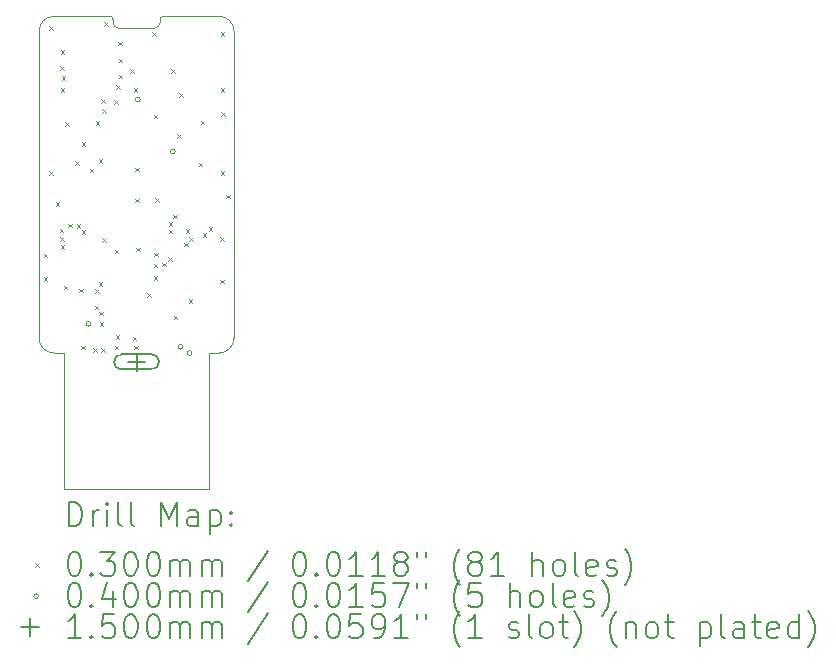
<source format=gbr>
%FSLAX45Y45*%
G04 Gerber Fmt 4.5, Leading zero omitted, Abs format (unit mm)*
G04 Created by KiCad (PCBNEW (5.99.0-4161-ge826a4494a)) date 2020-10-19 16:11:38*
%MOMM*%
%LPD*%
G01*
G04 APERTURE LIST*
%TA.AperFunction,Profile*%
%ADD10C,0.100000*%
%TD*%
%ADD11C,0.200000*%
%ADD12C,0.030000*%
%ADD13C,0.040000*%
%ADD14C,0.150000*%
G04 APERTURE END LIST*
D10*
X15225000Y-8000000D02*
X15700000Y-8000000D01*
X14850000Y-8100000D02*
X15150000Y-8100000D01*
X15700000Y-10850000D02*
X15610000Y-10850000D01*
X14175000Y-10725000D02*
X14175000Y-8125000D01*
X15610000Y-12000000D02*
X15610000Y-10850000D01*
X14800000Y-8025000D02*
X14800000Y-8050000D01*
X15200000Y-8025000D02*
G75*
G02*
X15225000Y-8000000I25000J0D01*
G01*
X14390000Y-12000000D02*
X14390000Y-10850000D01*
X14175000Y-8125000D02*
G75*
G02*
X14300000Y-8000000I125000J0D01*
G01*
X14775000Y-8000000D02*
G75*
G02*
X14800000Y-8025000I0J-25000D01*
G01*
X14300000Y-10850000D02*
G75*
G02*
X14175000Y-10725000I0J125000D01*
G01*
X14390000Y-12000000D02*
X15610000Y-12000000D01*
X15825000Y-8125000D02*
X15825000Y-10725000D01*
X14300000Y-8000000D02*
X14775000Y-8000000D01*
X15825000Y-10725000D02*
G75*
G02*
X15700000Y-10850000I-125000J0D01*
G01*
X15700000Y-8000000D02*
G75*
G02*
X15825000Y-8125000I0J-125000D01*
G01*
X14850000Y-8100000D02*
G75*
G02*
X14800000Y-8050000I0J50000D01*
G01*
X14390000Y-10850000D02*
X14300000Y-10850000D01*
X15200000Y-8050000D02*
G75*
G02*
X15150000Y-8100000I-50000J0D01*
G01*
X15200000Y-8050000D02*
X15200000Y-8025000D01*
D11*
D12*
X14214000Y-10010000D02*
X14244000Y-10040000D01*
X14244000Y-10010000D02*
X14214000Y-10040000D01*
X14214000Y-10210000D02*
X14244000Y-10240000D01*
X14244000Y-10210000D02*
X14214000Y-10240000D01*
X14260000Y-8085000D02*
X14290000Y-8115000D01*
X14290000Y-8085000D02*
X14260000Y-8115000D01*
X14263000Y-9310000D02*
X14293000Y-9340000D01*
X14293000Y-9310000D02*
X14263000Y-9340000D01*
X14316000Y-9576000D02*
X14346000Y-9606000D01*
X14346000Y-9576000D02*
X14316000Y-9606000D01*
X14351000Y-9800000D02*
X14381000Y-9830000D01*
X14381000Y-9800000D02*
X14351000Y-9830000D01*
X14355000Y-8422000D02*
X14385000Y-8452000D01*
X14385000Y-8422000D02*
X14355000Y-8452000D01*
X14356000Y-9869000D02*
X14386000Y-9899000D01*
X14386000Y-9869000D02*
X14356000Y-9899000D01*
X14358000Y-8285000D02*
X14388000Y-8315000D01*
X14388000Y-8285000D02*
X14358000Y-8315000D01*
X14359501Y-9939663D02*
X14389501Y-9969663D01*
X14389501Y-9939663D02*
X14359501Y-9969663D01*
X14360000Y-8610000D02*
X14390000Y-8640000D01*
X14390000Y-8610000D02*
X14360000Y-8640000D01*
X14366000Y-8507000D02*
X14396000Y-8537000D01*
X14396000Y-8507000D02*
X14366000Y-8537000D01*
X14385000Y-10280000D02*
X14415000Y-10310000D01*
X14415000Y-10280000D02*
X14385000Y-10310000D01*
X14397000Y-8896000D02*
X14427000Y-8926000D01*
X14427000Y-8896000D02*
X14397000Y-8926000D01*
X14423000Y-9756000D02*
X14453000Y-9786000D01*
X14453000Y-9756000D02*
X14423000Y-9786000D01*
X14480000Y-9225000D02*
X14510000Y-9255000D01*
X14510000Y-9225000D02*
X14480000Y-9255000D01*
X14492000Y-9759000D02*
X14522000Y-9789000D01*
X14522000Y-9759000D02*
X14492000Y-9789000D01*
X14517000Y-10306000D02*
X14547000Y-10336000D01*
X14547000Y-10306000D02*
X14517000Y-10336000D01*
X14531000Y-10788000D02*
X14561000Y-10818000D01*
X14561000Y-10788000D02*
X14531000Y-10818000D01*
X14536000Y-9067000D02*
X14566000Y-9097000D01*
X14566000Y-9067000D02*
X14536000Y-9097000D01*
X14537000Y-9809000D02*
X14567000Y-9839000D01*
X14567000Y-9809000D02*
X14537000Y-9839000D01*
X14603003Y-9292224D02*
X14633003Y-9322224D01*
X14633003Y-9292224D02*
X14603003Y-9322224D01*
X14633912Y-10811088D02*
X14663912Y-10841088D01*
X14663912Y-10811088D02*
X14633912Y-10841088D01*
X14644466Y-10449460D02*
X14674466Y-10479460D01*
X14674466Y-10449460D02*
X14644466Y-10479460D01*
X14650088Y-10310088D02*
X14680088Y-10340088D01*
X14680088Y-10310088D02*
X14650088Y-10340088D01*
X14655000Y-8890000D02*
X14685000Y-8920000D01*
X14685000Y-8890000D02*
X14655000Y-8920000D01*
X14678876Y-9210000D02*
X14708876Y-9240000D01*
X14708876Y-9210000D02*
X14678876Y-9240000D01*
X14679755Y-10250070D02*
X14709755Y-10280070D01*
X14709755Y-10250070D02*
X14679755Y-10280070D01*
X14682556Y-10502131D02*
X14712556Y-10532131D01*
X14712556Y-10502131D02*
X14682556Y-10532131D01*
X14688000Y-10589000D02*
X14718000Y-10619000D01*
X14718000Y-10589000D02*
X14688000Y-10619000D01*
X14700000Y-10810000D02*
X14730000Y-10840000D01*
X14730000Y-10810000D02*
X14700000Y-10840000D01*
X14702000Y-8702000D02*
X14732000Y-8732000D01*
X14732000Y-8702000D02*
X14702000Y-8732000D01*
X14708000Y-8788000D02*
X14738000Y-8818000D01*
X14738000Y-8788000D02*
X14708000Y-8818000D01*
X14710000Y-9878000D02*
X14740000Y-9908000D01*
X14740000Y-9878000D02*
X14710000Y-9908000D01*
X14725000Y-8052000D02*
X14755000Y-8082000D01*
X14755000Y-8052000D02*
X14725000Y-8082000D01*
X14810000Y-8710000D02*
X14840000Y-8740000D01*
X14840000Y-8710000D02*
X14810000Y-8740000D01*
X14815000Y-9978000D02*
X14845000Y-10008000D01*
X14845000Y-9978000D02*
X14815000Y-10008000D01*
X14815000Y-10790000D02*
X14845000Y-10820000D01*
X14845000Y-10790000D02*
X14815000Y-10820000D01*
X14825000Y-10700000D02*
X14855000Y-10730000D01*
X14855000Y-10700000D02*
X14825000Y-10730000D01*
X14829000Y-8582000D02*
X14859000Y-8612000D01*
X14859000Y-8582000D02*
X14829000Y-8612000D01*
X14845000Y-8214000D02*
X14875000Y-8244000D01*
X14875000Y-8214000D02*
X14845000Y-8244000D01*
X14848000Y-8359000D02*
X14878000Y-8389000D01*
X14878000Y-8359000D02*
X14848000Y-8389000D01*
X14848000Y-8494000D02*
X14878000Y-8524000D01*
X14878000Y-8494000D02*
X14848000Y-8524000D01*
X14945000Y-8446000D02*
X14975000Y-8476000D01*
X14975000Y-8446000D02*
X14945000Y-8476000D01*
X14966927Y-10711148D02*
X14996927Y-10741148D01*
X14996927Y-10711148D02*
X14966927Y-10741148D01*
X14976132Y-8609871D02*
X15006132Y-8639871D01*
X15006132Y-8609871D02*
X14976132Y-8639871D01*
X14980000Y-10790000D02*
X15010000Y-10820000D01*
X15010000Y-10790000D02*
X14980000Y-10820000D01*
X14988000Y-9281000D02*
X15018000Y-9311000D01*
X15018000Y-9281000D02*
X14988000Y-9311000D01*
X14991000Y-9543000D02*
X15021000Y-9573000D01*
X15021000Y-9543000D02*
X14991000Y-9573000D01*
X14997457Y-9960769D02*
X15027457Y-9990769D01*
X15027457Y-9960769D02*
X14997457Y-9990769D01*
X15088423Y-10342374D02*
X15118423Y-10372374D01*
X15118423Y-10342374D02*
X15088423Y-10372374D01*
X15135000Y-8135000D02*
X15165000Y-8165000D01*
X15165000Y-8135000D02*
X15135000Y-8165000D01*
X15144000Y-10093499D02*
X15174000Y-10123499D01*
X15174000Y-10093499D02*
X15144000Y-10123499D01*
X15145000Y-8835000D02*
X15175000Y-8865000D01*
X15175000Y-8835000D02*
X15145000Y-8865000D01*
X15145000Y-10201000D02*
X15175000Y-10231000D01*
X15175000Y-10201000D02*
X15145000Y-10231000D01*
X15150000Y-10000000D02*
X15180000Y-10030000D01*
X15180000Y-10000000D02*
X15150000Y-10030000D01*
X15157000Y-9542000D02*
X15187000Y-9572000D01*
X15187000Y-9542000D02*
X15157000Y-9572000D01*
X15219514Y-10085292D02*
X15249514Y-10115292D01*
X15249514Y-10085292D02*
X15219514Y-10115292D01*
X15270000Y-10040000D02*
X15300000Y-10070000D01*
X15300000Y-10040000D02*
X15270000Y-10070000D01*
X15270877Y-9743035D02*
X15300877Y-9773035D01*
X15300877Y-9743035D02*
X15270877Y-9773035D01*
X15273002Y-9808002D02*
X15303002Y-9838002D01*
X15303002Y-9808002D02*
X15273002Y-9838002D01*
X15294000Y-8449000D02*
X15324000Y-8479000D01*
X15324000Y-8449000D02*
X15294000Y-8479000D01*
X15309651Y-9680009D02*
X15339651Y-9710009D01*
X15339651Y-9680009D02*
X15309651Y-9710009D01*
X15315000Y-10535000D02*
X15345000Y-10565000D01*
X15345000Y-10535000D02*
X15315000Y-10565000D01*
X15345000Y-9000000D02*
X15375000Y-9030000D01*
X15375000Y-9000000D02*
X15345000Y-9030000D01*
X15363000Y-8653000D02*
X15393000Y-8683000D01*
X15393000Y-8653000D02*
X15363000Y-8683000D01*
X15404725Y-9917499D02*
X15434725Y-9947499D01*
X15434725Y-9917499D02*
X15404725Y-9947499D01*
X15418137Y-9801352D02*
X15448137Y-9831352D01*
X15448137Y-9801352D02*
X15418137Y-9831352D01*
X15440000Y-10395000D02*
X15470000Y-10425000D01*
X15470000Y-10395000D02*
X15440000Y-10425000D01*
X15447938Y-9868942D02*
X15477938Y-9898942D01*
X15477938Y-9868942D02*
X15447938Y-9898942D01*
X15526412Y-9238588D02*
X15556412Y-9268588D01*
X15556412Y-9238588D02*
X15526412Y-9268588D01*
X15544501Y-8882000D02*
X15574501Y-8912000D01*
X15574501Y-8882000D02*
X15544501Y-8912000D01*
X15560000Y-9835000D02*
X15590000Y-9865000D01*
X15590000Y-9835000D02*
X15560000Y-9865000D01*
X15610000Y-9785000D02*
X15640000Y-9815000D01*
X15640000Y-9785000D02*
X15610000Y-9815000D01*
X15710000Y-9870000D02*
X15740000Y-9900000D01*
X15740000Y-9870000D02*
X15710000Y-9900000D01*
X15710000Y-10230000D02*
X15740000Y-10260000D01*
X15740000Y-10230000D02*
X15710000Y-10260000D01*
X15713000Y-8135000D02*
X15743000Y-8165000D01*
X15743000Y-8135000D02*
X15713000Y-8165000D01*
X15713000Y-9310000D02*
X15743000Y-9340000D01*
X15743000Y-9310000D02*
X15713000Y-9340000D01*
X15714000Y-8610000D02*
X15744000Y-8640000D01*
X15744000Y-8610000D02*
X15714000Y-8640000D01*
X15715000Y-8810000D02*
X15745000Y-8840000D01*
X15745000Y-8810000D02*
X15715000Y-8840000D01*
X15760000Y-9510000D02*
X15790000Y-9540000D01*
X15790000Y-9510000D02*
X15760000Y-9540000D01*
D13*
X14612000Y-10604000D02*
G75*
G03*
X14612000Y-10604000I-20000J0D01*
G01*
X15030000Y-8705000D02*
G75*
G03*
X15030000Y-8705000I-20000J0D01*
G01*
X15328000Y-9145000D02*
G75*
G03*
X15328000Y-9145000I-20000J0D01*
G01*
X15391000Y-10799000D02*
G75*
G03*
X15391000Y-10799000I-20000J0D01*
G01*
X15470000Y-10850000D02*
G75*
G03*
X15470000Y-10850000I-20000J0D01*
G01*
D14*
X15000000Y-10850000D02*
X15000000Y-11000000D01*
X14925000Y-10925000D02*
X15075000Y-10925000D01*
D11*
X14875000Y-10990000D02*
X15125000Y-10990000D01*
X14875000Y-10860000D02*
X15125000Y-10860000D01*
X15125000Y-10990000D02*
G75*
G03*
X15125000Y-10860000I0J65000D01*
G01*
X14875000Y-10860000D02*
G75*
G03*
X14875000Y-10990000I0J-65000D01*
G01*
X14427619Y-12315476D02*
X14427619Y-12115476D01*
X14475238Y-12115476D01*
X14503809Y-12125000D01*
X14522857Y-12144048D01*
X14532381Y-12163095D01*
X14541905Y-12201191D01*
X14541905Y-12229762D01*
X14532381Y-12267857D01*
X14522857Y-12286905D01*
X14503809Y-12305952D01*
X14475238Y-12315476D01*
X14427619Y-12315476D01*
X14627619Y-12315476D02*
X14627619Y-12182143D01*
X14627619Y-12220238D02*
X14637143Y-12201191D01*
X14646667Y-12191667D01*
X14665714Y-12182143D01*
X14684762Y-12182143D01*
X14751428Y-12315476D02*
X14751428Y-12182143D01*
X14751428Y-12115476D02*
X14741905Y-12125000D01*
X14751428Y-12134524D01*
X14760952Y-12125000D01*
X14751428Y-12115476D01*
X14751428Y-12134524D01*
X14875238Y-12315476D02*
X14856190Y-12305952D01*
X14846667Y-12286905D01*
X14846667Y-12115476D01*
X14980000Y-12315476D02*
X14960952Y-12305952D01*
X14951428Y-12286905D01*
X14951428Y-12115476D01*
X15208571Y-12315476D02*
X15208571Y-12115476D01*
X15275238Y-12258333D01*
X15341905Y-12115476D01*
X15341905Y-12315476D01*
X15522857Y-12315476D02*
X15522857Y-12210714D01*
X15513333Y-12191667D01*
X15494286Y-12182143D01*
X15456190Y-12182143D01*
X15437143Y-12191667D01*
X15522857Y-12305952D02*
X15503809Y-12315476D01*
X15456190Y-12315476D01*
X15437143Y-12305952D01*
X15427619Y-12286905D01*
X15427619Y-12267857D01*
X15437143Y-12248810D01*
X15456190Y-12239286D01*
X15503809Y-12239286D01*
X15522857Y-12229762D01*
X15618095Y-12182143D02*
X15618095Y-12382143D01*
X15618095Y-12191667D02*
X15637143Y-12182143D01*
X15675238Y-12182143D01*
X15694286Y-12191667D01*
X15703809Y-12201191D01*
X15713333Y-12220238D01*
X15713333Y-12277381D01*
X15703809Y-12296429D01*
X15694286Y-12305952D01*
X15675238Y-12315476D01*
X15637143Y-12315476D01*
X15618095Y-12305952D01*
X15799048Y-12296429D02*
X15808571Y-12305952D01*
X15799048Y-12315476D01*
X15789524Y-12305952D01*
X15799048Y-12296429D01*
X15799048Y-12315476D01*
X15799048Y-12191667D02*
X15808571Y-12201191D01*
X15799048Y-12210714D01*
X15789524Y-12201191D01*
X15799048Y-12191667D01*
X15799048Y-12210714D01*
D12*
X14140000Y-12630000D02*
X14170000Y-12660000D01*
X14170000Y-12630000D02*
X14140000Y-12660000D01*
D11*
X14465714Y-12535476D02*
X14484762Y-12535476D01*
X14503809Y-12545000D01*
X14513333Y-12554524D01*
X14522857Y-12573572D01*
X14532381Y-12611667D01*
X14532381Y-12659286D01*
X14522857Y-12697381D01*
X14513333Y-12716429D01*
X14503809Y-12725952D01*
X14484762Y-12735476D01*
X14465714Y-12735476D01*
X14446667Y-12725952D01*
X14437143Y-12716429D01*
X14427619Y-12697381D01*
X14418095Y-12659286D01*
X14418095Y-12611667D01*
X14427619Y-12573572D01*
X14437143Y-12554524D01*
X14446667Y-12545000D01*
X14465714Y-12535476D01*
X14618095Y-12716429D02*
X14627619Y-12725952D01*
X14618095Y-12735476D01*
X14608571Y-12725952D01*
X14618095Y-12716429D01*
X14618095Y-12735476D01*
X14694286Y-12535476D02*
X14818095Y-12535476D01*
X14751428Y-12611667D01*
X14780000Y-12611667D01*
X14799048Y-12621191D01*
X14808571Y-12630714D01*
X14818095Y-12649762D01*
X14818095Y-12697381D01*
X14808571Y-12716429D01*
X14799048Y-12725952D01*
X14780000Y-12735476D01*
X14722857Y-12735476D01*
X14703809Y-12725952D01*
X14694286Y-12716429D01*
X14941905Y-12535476D02*
X14960952Y-12535476D01*
X14980000Y-12545000D01*
X14989524Y-12554524D01*
X14999048Y-12573572D01*
X15008571Y-12611667D01*
X15008571Y-12659286D01*
X14999048Y-12697381D01*
X14989524Y-12716429D01*
X14980000Y-12725952D01*
X14960952Y-12735476D01*
X14941905Y-12735476D01*
X14922857Y-12725952D01*
X14913333Y-12716429D01*
X14903809Y-12697381D01*
X14894286Y-12659286D01*
X14894286Y-12611667D01*
X14903809Y-12573572D01*
X14913333Y-12554524D01*
X14922857Y-12545000D01*
X14941905Y-12535476D01*
X15132381Y-12535476D02*
X15151428Y-12535476D01*
X15170476Y-12545000D01*
X15180000Y-12554524D01*
X15189524Y-12573572D01*
X15199048Y-12611667D01*
X15199048Y-12659286D01*
X15189524Y-12697381D01*
X15180000Y-12716429D01*
X15170476Y-12725952D01*
X15151428Y-12735476D01*
X15132381Y-12735476D01*
X15113333Y-12725952D01*
X15103809Y-12716429D01*
X15094286Y-12697381D01*
X15084762Y-12659286D01*
X15084762Y-12611667D01*
X15094286Y-12573572D01*
X15103809Y-12554524D01*
X15113333Y-12545000D01*
X15132381Y-12535476D01*
X15284762Y-12735476D02*
X15284762Y-12602143D01*
X15284762Y-12621191D02*
X15294286Y-12611667D01*
X15313333Y-12602143D01*
X15341905Y-12602143D01*
X15360952Y-12611667D01*
X15370476Y-12630714D01*
X15370476Y-12735476D01*
X15370476Y-12630714D02*
X15380000Y-12611667D01*
X15399048Y-12602143D01*
X15427619Y-12602143D01*
X15446667Y-12611667D01*
X15456190Y-12630714D01*
X15456190Y-12735476D01*
X15551428Y-12735476D02*
X15551428Y-12602143D01*
X15551428Y-12621191D02*
X15560952Y-12611667D01*
X15580000Y-12602143D01*
X15608571Y-12602143D01*
X15627619Y-12611667D01*
X15637143Y-12630714D01*
X15637143Y-12735476D01*
X15637143Y-12630714D02*
X15646667Y-12611667D01*
X15665714Y-12602143D01*
X15694286Y-12602143D01*
X15713333Y-12611667D01*
X15722857Y-12630714D01*
X15722857Y-12735476D01*
X16113333Y-12525952D02*
X15941905Y-12783095D01*
X16370476Y-12535476D02*
X16389524Y-12535476D01*
X16408571Y-12545000D01*
X16418095Y-12554524D01*
X16427619Y-12573572D01*
X16437143Y-12611667D01*
X16437143Y-12659286D01*
X16427619Y-12697381D01*
X16418095Y-12716429D01*
X16408571Y-12725952D01*
X16389524Y-12735476D01*
X16370476Y-12735476D01*
X16351428Y-12725952D01*
X16341905Y-12716429D01*
X16332381Y-12697381D01*
X16322857Y-12659286D01*
X16322857Y-12611667D01*
X16332381Y-12573572D01*
X16341905Y-12554524D01*
X16351428Y-12545000D01*
X16370476Y-12535476D01*
X16522857Y-12716429D02*
X16532381Y-12725952D01*
X16522857Y-12735476D01*
X16513333Y-12725952D01*
X16522857Y-12716429D01*
X16522857Y-12735476D01*
X16656190Y-12535476D02*
X16675238Y-12535476D01*
X16694286Y-12545000D01*
X16703809Y-12554524D01*
X16713333Y-12573572D01*
X16722857Y-12611667D01*
X16722857Y-12659286D01*
X16713333Y-12697381D01*
X16703809Y-12716429D01*
X16694286Y-12725952D01*
X16675238Y-12735476D01*
X16656190Y-12735476D01*
X16637143Y-12725952D01*
X16627619Y-12716429D01*
X16618095Y-12697381D01*
X16608571Y-12659286D01*
X16608571Y-12611667D01*
X16618095Y-12573572D01*
X16627619Y-12554524D01*
X16637143Y-12545000D01*
X16656190Y-12535476D01*
X16913333Y-12735476D02*
X16799048Y-12735476D01*
X16856190Y-12735476D02*
X16856190Y-12535476D01*
X16837143Y-12564048D01*
X16818095Y-12583095D01*
X16799048Y-12592619D01*
X17103809Y-12735476D02*
X16989524Y-12735476D01*
X17046667Y-12735476D02*
X17046667Y-12535476D01*
X17027619Y-12564048D01*
X17008571Y-12583095D01*
X16989524Y-12592619D01*
X17218095Y-12621191D02*
X17199048Y-12611667D01*
X17189524Y-12602143D01*
X17180000Y-12583095D01*
X17180000Y-12573572D01*
X17189524Y-12554524D01*
X17199048Y-12545000D01*
X17218095Y-12535476D01*
X17256190Y-12535476D01*
X17275238Y-12545000D01*
X17284762Y-12554524D01*
X17294286Y-12573572D01*
X17294286Y-12583095D01*
X17284762Y-12602143D01*
X17275238Y-12611667D01*
X17256190Y-12621191D01*
X17218095Y-12621191D01*
X17199048Y-12630714D01*
X17189524Y-12640238D01*
X17180000Y-12659286D01*
X17180000Y-12697381D01*
X17189524Y-12716429D01*
X17199048Y-12725952D01*
X17218095Y-12735476D01*
X17256190Y-12735476D01*
X17275238Y-12725952D01*
X17284762Y-12716429D01*
X17294286Y-12697381D01*
X17294286Y-12659286D01*
X17284762Y-12640238D01*
X17275238Y-12630714D01*
X17256190Y-12621191D01*
X17370476Y-12535476D02*
X17370476Y-12573572D01*
X17446667Y-12535476D02*
X17446667Y-12573572D01*
X17741905Y-12811667D02*
X17732381Y-12802143D01*
X17713333Y-12773572D01*
X17703809Y-12754524D01*
X17694286Y-12725952D01*
X17684762Y-12678333D01*
X17684762Y-12640238D01*
X17694286Y-12592619D01*
X17703809Y-12564048D01*
X17713333Y-12545000D01*
X17732381Y-12516429D01*
X17741905Y-12506905D01*
X17846667Y-12621191D02*
X17827619Y-12611667D01*
X17818095Y-12602143D01*
X17808571Y-12583095D01*
X17808571Y-12573572D01*
X17818095Y-12554524D01*
X17827619Y-12545000D01*
X17846667Y-12535476D01*
X17884762Y-12535476D01*
X17903809Y-12545000D01*
X17913333Y-12554524D01*
X17922857Y-12573572D01*
X17922857Y-12583095D01*
X17913333Y-12602143D01*
X17903809Y-12611667D01*
X17884762Y-12621191D01*
X17846667Y-12621191D01*
X17827619Y-12630714D01*
X17818095Y-12640238D01*
X17808571Y-12659286D01*
X17808571Y-12697381D01*
X17818095Y-12716429D01*
X17827619Y-12725952D01*
X17846667Y-12735476D01*
X17884762Y-12735476D01*
X17903809Y-12725952D01*
X17913333Y-12716429D01*
X17922857Y-12697381D01*
X17922857Y-12659286D01*
X17913333Y-12640238D01*
X17903809Y-12630714D01*
X17884762Y-12621191D01*
X18113333Y-12735476D02*
X17999048Y-12735476D01*
X18056190Y-12735476D02*
X18056190Y-12535476D01*
X18037143Y-12564048D01*
X18018095Y-12583095D01*
X17999048Y-12592619D01*
X18351428Y-12735476D02*
X18351428Y-12535476D01*
X18437143Y-12735476D02*
X18437143Y-12630714D01*
X18427619Y-12611667D01*
X18408571Y-12602143D01*
X18380000Y-12602143D01*
X18360952Y-12611667D01*
X18351428Y-12621191D01*
X18560952Y-12735476D02*
X18541905Y-12725952D01*
X18532381Y-12716429D01*
X18522857Y-12697381D01*
X18522857Y-12640238D01*
X18532381Y-12621191D01*
X18541905Y-12611667D01*
X18560952Y-12602143D01*
X18589524Y-12602143D01*
X18608571Y-12611667D01*
X18618095Y-12621191D01*
X18627619Y-12640238D01*
X18627619Y-12697381D01*
X18618095Y-12716429D01*
X18608571Y-12725952D01*
X18589524Y-12735476D01*
X18560952Y-12735476D01*
X18741905Y-12735476D02*
X18722857Y-12725952D01*
X18713333Y-12706905D01*
X18713333Y-12535476D01*
X18894286Y-12725952D02*
X18875238Y-12735476D01*
X18837143Y-12735476D01*
X18818095Y-12725952D01*
X18808571Y-12706905D01*
X18808571Y-12630714D01*
X18818095Y-12611667D01*
X18837143Y-12602143D01*
X18875238Y-12602143D01*
X18894286Y-12611667D01*
X18903809Y-12630714D01*
X18903809Y-12649762D01*
X18808571Y-12668810D01*
X18980000Y-12725952D02*
X18999048Y-12735476D01*
X19037143Y-12735476D01*
X19056190Y-12725952D01*
X19065714Y-12706905D01*
X19065714Y-12697381D01*
X19056190Y-12678333D01*
X19037143Y-12668810D01*
X19008571Y-12668810D01*
X18989524Y-12659286D01*
X18980000Y-12640238D01*
X18980000Y-12630714D01*
X18989524Y-12611667D01*
X19008571Y-12602143D01*
X19037143Y-12602143D01*
X19056190Y-12611667D01*
X19132381Y-12811667D02*
X19141905Y-12802143D01*
X19160952Y-12773572D01*
X19170476Y-12754524D01*
X19180000Y-12725952D01*
X19189524Y-12678333D01*
X19189524Y-12640238D01*
X19180000Y-12592619D01*
X19170476Y-12564048D01*
X19160952Y-12545000D01*
X19141905Y-12516429D01*
X19132381Y-12506905D01*
D13*
X14170000Y-12909000D02*
G75*
G03*
X14170000Y-12909000I-20000J0D01*
G01*
D11*
X14465714Y-12799476D02*
X14484762Y-12799476D01*
X14503809Y-12809000D01*
X14513333Y-12818524D01*
X14522857Y-12837572D01*
X14532381Y-12875667D01*
X14532381Y-12923286D01*
X14522857Y-12961381D01*
X14513333Y-12980429D01*
X14503809Y-12989952D01*
X14484762Y-12999476D01*
X14465714Y-12999476D01*
X14446667Y-12989952D01*
X14437143Y-12980429D01*
X14427619Y-12961381D01*
X14418095Y-12923286D01*
X14418095Y-12875667D01*
X14427619Y-12837572D01*
X14437143Y-12818524D01*
X14446667Y-12809000D01*
X14465714Y-12799476D01*
X14618095Y-12980429D02*
X14627619Y-12989952D01*
X14618095Y-12999476D01*
X14608571Y-12989952D01*
X14618095Y-12980429D01*
X14618095Y-12999476D01*
X14799048Y-12866143D02*
X14799048Y-12999476D01*
X14751428Y-12789952D02*
X14703809Y-12932810D01*
X14827619Y-12932810D01*
X14941905Y-12799476D02*
X14960952Y-12799476D01*
X14980000Y-12809000D01*
X14989524Y-12818524D01*
X14999048Y-12837572D01*
X15008571Y-12875667D01*
X15008571Y-12923286D01*
X14999048Y-12961381D01*
X14989524Y-12980429D01*
X14980000Y-12989952D01*
X14960952Y-12999476D01*
X14941905Y-12999476D01*
X14922857Y-12989952D01*
X14913333Y-12980429D01*
X14903809Y-12961381D01*
X14894286Y-12923286D01*
X14894286Y-12875667D01*
X14903809Y-12837572D01*
X14913333Y-12818524D01*
X14922857Y-12809000D01*
X14941905Y-12799476D01*
X15132381Y-12799476D02*
X15151428Y-12799476D01*
X15170476Y-12809000D01*
X15180000Y-12818524D01*
X15189524Y-12837572D01*
X15199048Y-12875667D01*
X15199048Y-12923286D01*
X15189524Y-12961381D01*
X15180000Y-12980429D01*
X15170476Y-12989952D01*
X15151428Y-12999476D01*
X15132381Y-12999476D01*
X15113333Y-12989952D01*
X15103809Y-12980429D01*
X15094286Y-12961381D01*
X15084762Y-12923286D01*
X15084762Y-12875667D01*
X15094286Y-12837572D01*
X15103809Y-12818524D01*
X15113333Y-12809000D01*
X15132381Y-12799476D01*
X15284762Y-12999476D02*
X15284762Y-12866143D01*
X15284762Y-12885191D02*
X15294286Y-12875667D01*
X15313333Y-12866143D01*
X15341905Y-12866143D01*
X15360952Y-12875667D01*
X15370476Y-12894714D01*
X15370476Y-12999476D01*
X15370476Y-12894714D02*
X15380000Y-12875667D01*
X15399048Y-12866143D01*
X15427619Y-12866143D01*
X15446667Y-12875667D01*
X15456190Y-12894714D01*
X15456190Y-12999476D01*
X15551428Y-12999476D02*
X15551428Y-12866143D01*
X15551428Y-12885191D02*
X15560952Y-12875667D01*
X15580000Y-12866143D01*
X15608571Y-12866143D01*
X15627619Y-12875667D01*
X15637143Y-12894714D01*
X15637143Y-12999476D01*
X15637143Y-12894714D02*
X15646667Y-12875667D01*
X15665714Y-12866143D01*
X15694286Y-12866143D01*
X15713333Y-12875667D01*
X15722857Y-12894714D01*
X15722857Y-12999476D01*
X16113333Y-12789952D02*
X15941905Y-13047095D01*
X16370476Y-12799476D02*
X16389524Y-12799476D01*
X16408571Y-12809000D01*
X16418095Y-12818524D01*
X16427619Y-12837572D01*
X16437143Y-12875667D01*
X16437143Y-12923286D01*
X16427619Y-12961381D01*
X16418095Y-12980429D01*
X16408571Y-12989952D01*
X16389524Y-12999476D01*
X16370476Y-12999476D01*
X16351428Y-12989952D01*
X16341905Y-12980429D01*
X16332381Y-12961381D01*
X16322857Y-12923286D01*
X16322857Y-12875667D01*
X16332381Y-12837572D01*
X16341905Y-12818524D01*
X16351428Y-12809000D01*
X16370476Y-12799476D01*
X16522857Y-12980429D02*
X16532381Y-12989952D01*
X16522857Y-12999476D01*
X16513333Y-12989952D01*
X16522857Y-12980429D01*
X16522857Y-12999476D01*
X16656190Y-12799476D02*
X16675238Y-12799476D01*
X16694286Y-12809000D01*
X16703809Y-12818524D01*
X16713333Y-12837572D01*
X16722857Y-12875667D01*
X16722857Y-12923286D01*
X16713333Y-12961381D01*
X16703809Y-12980429D01*
X16694286Y-12989952D01*
X16675238Y-12999476D01*
X16656190Y-12999476D01*
X16637143Y-12989952D01*
X16627619Y-12980429D01*
X16618095Y-12961381D01*
X16608571Y-12923286D01*
X16608571Y-12875667D01*
X16618095Y-12837572D01*
X16627619Y-12818524D01*
X16637143Y-12809000D01*
X16656190Y-12799476D01*
X16913333Y-12999476D02*
X16799048Y-12999476D01*
X16856190Y-12999476D02*
X16856190Y-12799476D01*
X16837143Y-12828048D01*
X16818095Y-12847095D01*
X16799048Y-12856619D01*
X17094286Y-12799476D02*
X16999048Y-12799476D01*
X16989524Y-12894714D01*
X16999048Y-12885191D01*
X17018095Y-12875667D01*
X17065714Y-12875667D01*
X17084762Y-12885191D01*
X17094286Y-12894714D01*
X17103809Y-12913762D01*
X17103809Y-12961381D01*
X17094286Y-12980429D01*
X17084762Y-12989952D01*
X17065714Y-12999476D01*
X17018095Y-12999476D01*
X16999048Y-12989952D01*
X16989524Y-12980429D01*
X17170476Y-12799476D02*
X17303809Y-12799476D01*
X17218095Y-12999476D01*
X17370476Y-12799476D02*
X17370476Y-12837572D01*
X17446667Y-12799476D02*
X17446667Y-12837572D01*
X17741905Y-13075667D02*
X17732381Y-13066143D01*
X17713333Y-13037572D01*
X17703809Y-13018524D01*
X17694286Y-12989952D01*
X17684762Y-12942333D01*
X17684762Y-12904238D01*
X17694286Y-12856619D01*
X17703809Y-12828048D01*
X17713333Y-12809000D01*
X17732381Y-12780429D01*
X17741905Y-12770905D01*
X17913333Y-12799476D02*
X17818095Y-12799476D01*
X17808571Y-12894714D01*
X17818095Y-12885191D01*
X17837143Y-12875667D01*
X17884762Y-12875667D01*
X17903809Y-12885191D01*
X17913333Y-12894714D01*
X17922857Y-12913762D01*
X17922857Y-12961381D01*
X17913333Y-12980429D01*
X17903809Y-12989952D01*
X17884762Y-12999476D01*
X17837143Y-12999476D01*
X17818095Y-12989952D01*
X17808571Y-12980429D01*
X18160952Y-12999476D02*
X18160952Y-12799476D01*
X18246667Y-12999476D02*
X18246667Y-12894714D01*
X18237143Y-12875667D01*
X18218095Y-12866143D01*
X18189524Y-12866143D01*
X18170476Y-12875667D01*
X18160952Y-12885191D01*
X18370476Y-12999476D02*
X18351428Y-12989952D01*
X18341905Y-12980429D01*
X18332381Y-12961381D01*
X18332381Y-12904238D01*
X18341905Y-12885191D01*
X18351428Y-12875667D01*
X18370476Y-12866143D01*
X18399048Y-12866143D01*
X18418095Y-12875667D01*
X18427619Y-12885191D01*
X18437143Y-12904238D01*
X18437143Y-12961381D01*
X18427619Y-12980429D01*
X18418095Y-12989952D01*
X18399048Y-12999476D01*
X18370476Y-12999476D01*
X18551428Y-12999476D02*
X18532381Y-12989952D01*
X18522857Y-12970905D01*
X18522857Y-12799476D01*
X18703809Y-12989952D02*
X18684762Y-12999476D01*
X18646667Y-12999476D01*
X18627619Y-12989952D01*
X18618095Y-12970905D01*
X18618095Y-12894714D01*
X18627619Y-12875667D01*
X18646667Y-12866143D01*
X18684762Y-12866143D01*
X18703809Y-12875667D01*
X18713333Y-12894714D01*
X18713333Y-12913762D01*
X18618095Y-12932810D01*
X18789524Y-12989952D02*
X18808571Y-12999476D01*
X18846667Y-12999476D01*
X18865714Y-12989952D01*
X18875238Y-12970905D01*
X18875238Y-12961381D01*
X18865714Y-12942333D01*
X18846667Y-12932810D01*
X18818095Y-12932810D01*
X18799048Y-12923286D01*
X18789524Y-12904238D01*
X18789524Y-12894714D01*
X18799048Y-12875667D01*
X18818095Y-12866143D01*
X18846667Y-12866143D01*
X18865714Y-12875667D01*
X18941905Y-13075667D02*
X18951428Y-13066143D01*
X18970476Y-13037572D01*
X18980000Y-13018524D01*
X18989524Y-12989952D01*
X18999048Y-12942333D01*
X18999048Y-12904238D01*
X18989524Y-12856619D01*
X18980000Y-12828048D01*
X18970476Y-12809000D01*
X18951428Y-12780429D01*
X18941905Y-12770905D01*
D14*
X14095000Y-13098000D02*
X14095000Y-13248000D01*
X14020000Y-13173000D02*
X14170000Y-13173000D01*
D11*
X14532381Y-13263476D02*
X14418095Y-13263476D01*
X14475238Y-13263476D02*
X14475238Y-13063476D01*
X14456190Y-13092048D01*
X14437143Y-13111095D01*
X14418095Y-13120619D01*
X14618095Y-13244429D02*
X14627619Y-13253952D01*
X14618095Y-13263476D01*
X14608571Y-13253952D01*
X14618095Y-13244429D01*
X14618095Y-13263476D01*
X14808571Y-13063476D02*
X14713333Y-13063476D01*
X14703809Y-13158714D01*
X14713333Y-13149191D01*
X14732381Y-13139667D01*
X14780000Y-13139667D01*
X14799048Y-13149191D01*
X14808571Y-13158714D01*
X14818095Y-13177762D01*
X14818095Y-13225381D01*
X14808571Y-13244429D01*
X14799048Y-13253952D01*
X14780000Y-13263476D01*
X14732381Y-13263476D01*
X14713333Y-13253952D01*
X14703809Y-13244429D01*
X14941905Y-13063476D02*
X14960952Y-13063476D01*
X14980000Y-13073000D01*
X14989524Y-13082524D01*
X14999048Y-13101572D01*
X15008571Y-13139667D01*
X15008571Y-13187286D01*
X14999048Y-13225381D01*
X14989524Y-13244429D01*
X14980000Y-13253952D01*
X14960952Y-13263476D01*
X14941905Y-13263476D01*
X14922857Y-13253952D01*
X14913333Y-13244429D01*
X14903809Y-13225381D01*
X14894286Y-13187286D01*
X14894286Y-13139667D01*
X14903809Y-13101572D01*
X14913333Y-13082524D01*
X14922857Y-13073000D01*
X14941905Y-13063476D01*
X15132381Y-13063476D02*
X15151428Y-13063476D01*
X15170476Y-13073000D01*
X15180000Y-13082524D01*
X15189524Y-13101572D01*
X15199048Y-13139667D01*
X15199048Y-13187286D01*
X15189524Y-13225381D01*
X15180000Y-13244429D01*
X15170476Y-13253952D01*
X15151428Y-13263476D01*
X15132381Y-13263476D01*
X15113333Y-13253952D01*
X15103809Y-13244429D01*
X15094286Y-13225381D01*
X15084762Y-13187286D01*
X15084762Y-13139667D01*
X15094286Y-13101572D01*
X15103809Y-13082524D01*
X15113333Y-13073000D01*
X15132381Y-13063476D01*
X15284762Y-13263476D02*
X15284762Y-13130143D01*
X15284762Y-13149191D02*
X15294286Y-13139667D01*
X15313333Y-13130143D01*
X15341905Y-13130143D01*
X15360952Y-13139667D01*
X15370476Y-13158714D01*
X15370476Y-13263476D01*
X15370476Y-13158714D02*
X15380000Y-13139667D01*
X15399048Y-13130143D01*
X15427619Y-13130143D01*
X15446667Y-13139667D01*
X15456190Y-13158714D01*
X15456190Y-13263476D01*
X15551428Y-13263476D02*
X15551428Y-13130143D01*
X15551428Y-13149191D02*
X15560952Y-13139667D01*
X15580000Y-13130143D01*
X15608571Y-13130143D01*
X15627619Y-13139667D01*
X15637143Y-13158714D01*
X15637143Y-13263476D01*
X15637143Y-13158714D02*
X15646667Y-13139667D01*
X15665714Y-13130143D01*
X15694286Y-13130143D01*
X15713333Y-13139667D01*
X15722857Y-13158714D01*
X15722857Y-13263476D01*
X16113333Y-13053952D02*
X15941905Y-13311095D01*
X16370476Y-13063476D02*
X16389524Y-13063476D01*
X16408571Y-13073000D01*
X16418095Y-13082524D01*
X16427619Y-13101572D01*
X16437143Y-13139667D01*
X16437143Y-13187286D01*
X16427619Y-13225381D01*
X16418095Y-13244429D01*
X16408571Y-13253952D01*
X16389524Y-13263476D01*
X16370476Y-13263476D01*
X16351428Y-13253952D01*
X16341905Y-13244429D01*
X16332381Y-13225381D01*
X16322857Y-13187286D01*
X16322857Y-13139667D01*
X16332381Y-13101572D01*
X16341905Y-13082524D01*
X16351428Y-13073000D01*
X16370476Y-13063476D01*
X16522857Y-13244429D02*
X16532381Y-13253952D01*
X16522857Y-13263476D01*
X16513333Y-13253952D01*
X16522857Y-13244429D01*
X16522857Y-13263476D01*
X16656190Y-13063476D02*
X16675238Y-13063476D01*
X16694286Y-13073000D01*
X16703809Y-13082524D01*
X16713333Y-13101572D01*
X16722857Y-13139667D01*
X16722857Y-13187286D01*
X16713333Y-13225381D01*
X16703809Y-13244429D01*
X16694286Y-13253952D01*
X16675238Y-13263476D01*
X16656190Y-13263476D01*
X16637143Y-13253952D01*
X16627619Y-13244429D01*
X16618095Y-13225381D01*
X16608571Y-13187286D01*
X16608571Y-13139667D01*
X16618095Y-13101572D01*
X16627619Y-13082524D01*
X16637143Y-13073000D01*
X16656190Y-13063476D01*
X16903809Y-13063476D02*
X16808571Y-13063476D01*
X16799048Y-13158714D01*
X16808571Y-13149191D01*
X16827619Y-13139667D01*
X16875238Y-13139667D01*
X16894286Y-13149191D01*
X16903809Y-13158714D01*
X16913333Y-13177762D01*
X16913333Y-13225381D01*
X16903809Y-13244429D01*
X16894286Y-13253952D01*
X16875238Y-13263476D01*
X16827619Y-13263476D01*
X16808571Y-13253952D01*
X16799048Y-13244429D01*
X17008571Y-13263476D02*
X17046667Y-13263476D01*
X17065714Y-13253952D01*
X17075238Y-13244429D01*
X17094286Y-13215857D01*
X17103809Y-13177762D01*
X17103809Y-13101572D01*
X17094286Y-13082524D01*
X17084762Y-13073000D01*
X17065714Y-13063476D01*
X17027619Y-13063476D01*
X17008571Y-13073000D01*
X16999048Y-13082524D01*
X16989524Y-13101572D01*
X16989524Y-13149191D01*
X16999048Y-13168238D01*
X17008571Y-13177762D01*
X17027619Y-13187286D01*
X17065714Y-13187286D01*
X17084762Y-13177762D01*
X17094286Y-13168238D01*
X17103809Y-13149191D01*
X17294286Y-13263476D02*
X17180000Y-13263476D01*
X17237143Y-13263476D02*
X17237143Y-13063476D01*
X17218095Y-13092048D01*
X17199048Y-13111095D01*
X17180000Y-13120619D01*
X17370476Y-13063476D02*
X17370476Y-13101572D01*
X17446667Y-13063476D02*
X17446667Y-13101572D01*
X17741905Y-13339667D02*
X17732381Y-13330143D01*
X17713333Y-13301572D01*
X17703809Y-13282524D01*
X17694286Y-13253952D01*
X17684762Y-13206333D01*
X17684762Y-13168238D01*
X17694286Y-13120619D01*
X17703809Y-13092048D01*
X17713333Y-13073000D01*
X17732381Y-13044429D01*
X17741905Y-13034905D01*
X17922857Y-13263476D02*
X17808571Y-13263476D01*
X17865714Y-13263476D02*
X17865714Y-13063476D01*
X17846667Y-13092048D01*
X17827619Y-13111095D01*
X17808571Y-13120619D01*
X18151428Y-13253952D02*
X18170476Y-13263476D01*
X18208571Y-13263476D01*
X18227619Y-13253952D01*
X18237143Y-13234905D01*
X18237143Y-13225381D01*
X18227619Y-13206333D01*
X18208571Y-13196810D01*
X18180000Y-13196810D01*
X18160952Y-13187286D01*
X18151428Y-13168238D01*
X18151428Y-13158714D01*
X18160952Y-13139667D01*
X18180000Y-13130143D01*
X18208571Y-13130143D01*
X18227619Y-13139667D01*
X18351428Y-13263476D02*
X18332381Y-13253952D01*
X18322857Y-13234905D01*
X18322857Y-13063476D01*
X18456190Y-13263476D02*
X18437143Y-13253952D01*
X18427619Y-13244429D01*
X18418095Y-13225381D01*
X18418095Y-13168238D01*
X18427619Y-13149191D01*
X18437143Y-13139667D01*
X18456190Y-13130143D01*
X18484762Y-13130143D01*
X18503809Y-13139667D01*
X18513333Y-13149191D01*
X18522857Y-13168238D01*
X18522857Y-13225381D01*
X18513333Y-13244429D01*
X18503809Y-13253952D01*
X18484762Y-13263476D01*
X18456190Y-13263476D01*
X18580000Y-13130143D02*
X18656190Y-13130143D01*
X18608571Y-13063476D02*
X18608571Y-13234905D01*
X18618095Y-13253952D01*
X18637143Y-13263476D01*
X18656190Y-13263476D01*
X18703809Y-13339667D02*
X18713333Y-13330143D01*
X18732381Y-13301572D01*
X18741905Y-13282524D01*
X18751428Y-13253952D01*
X18760952Y-13206333D01*
X18760952Y-13168238D01*
X18751428Y-13120619D01*
X18741905Y-13092048D01*
X18732381Y-13073000D01*
X18713333Y-13044429D01*
X18703809Y-13034905D01*
X19065714Y-13339667D02*
X19056190Y-13330143D01*
X19037143Y-13301572D01*
X19027619Y-13282524D01*
X19018095Y-13253952D01*
X19008571Y-13206333D01*
X19008571Y-13168238D01*
X19018095Y-13120619D01*
X19027619Y-13092048D01*
X19037143Y-13073000D01*
X19056190Y-13044429D01*
X19065714Y-13034905D01*
X19141905Y-13130143D02*
X19141905Y-13263476D01*
X19141905Y-13149191D02*
X19151428Y-13139667D01*
X19170476Y-13130143D01*
X19199048Y-13130143D01*
X19218095Y-13139667D01*
X19227619Y-13158714D01*
X19227619Y-13263476D01*
X19351428Y-13263476D02*
X19332381Y-13253952D01*
X19322857Y-13244429D01*
X19313333Y-13225381D01*
X19313333Y-13168238D01*
X19322857Y-13149191D01*
X19332381Y-13139667D01*
X19351428Y-13130143D01*
X19380000Y-13130143D01*
X19399048Y-13139667D01*
X19408571Y-13149191D01*
X19418095Y-13168238D01*
X19418095Y-13225381D01*
X19408571Y-13244429D01*
X19399048Y-13253952D01*
X19380000Y-13263476D01*
X19351428Y-13263476D01*
X19475238Y-13130143D02*
X19551428Y-13130143D01*
X19503809Y-13063476D02*
X19503809Y-13234905D01*
X19513333Y-13253952D01*
X19532381Y-13263476D01*
X19551428Y-13263476D01*
X19770476Y-13130143D02*
X19770476Y-13330143D01*
X19770476Y-13139667D02*
X19789524Y-13130143D01*
X19827619Y-13130143D01*
X19846667Y-13139667D01*
X19856190Y-13149191D01*
X19865714Y-13168238D01*
X19865714Y-13225381D01*
X19856190Y-13244429D01*
X19846667Y-13253952D01*
X19827619Y-13263476D01*
X19789524Y-13263476D01*
X19770476Y-13253952D01*
X19980000Y-13263476D02*
X19960952Y-13253952D01*
X19951428Y-13234905D01*
X19951428Y-13063476D01*
X20141905Y-13263476D02*
X20141905Y-13158714D01*
X20132381Y-13139667D01*
X20113333Y-13130143D01*
X20075238Y-13130143D01*
X20056190Y-13139667D01*
X20141905Y-13253952D02*
X20122857Y-13263476D01*
X20075238Y-13263476D01*
X20056190Y-13253952D01*
X20046667Y-13234905D01*
X20046667Y-13215857D01*
X20056190Y-13196810D01*
X20075238Y-13187286D01*
X20122857Y-13187286D01*
X20141905Y-13177762D01*
X20208571Y-13130143D02*
X20284762Y-13130143D01*
X20237143Y-13063476D02*
X20237143Y-13234905D01*
X20246667Y-13253952D01*
X20265714Y-13263476D01*
X20284762Y-13263476D01*
X20427619Y-13253952D02*
X20408571Y-13263476D01*
X20370476Y-13263476D01*
X20351428Y-13253952D01*
X20341905Y-13234905D01*
X20341905Y-13158714D01*
X20351428Y-13139667D01*
X20370476Y-13130143D01*
X20408571Y-13130143D01*
X20427619Y-13139667D01*
X20437143Y-13158714D01*
X20437143Y-13177762D01*
X20341905Y-13196810D01*
X20608571Y-13263476D02*
X20608571Y-13063476D01*
X20608571Y-13253952D02*
X20589524Y-13263476D01*
X20551428Y-13263476D01*
X20532381Y-13253952D01*
X20522857Y-13244429D01*
X20513333Y-13225381D01*
X20513333Y-13168238D01*
X20522857Y-13149191D01*
X20532381Y-13139667D01*
X20551428Y-13130143D01*
X20589524Y-13130143D01*
X20608571Y-13139667D01*
X20684762Y-13339667D02*
X20694286Y-13330143D01*
X20713333Y-13301572D01*
X20722857Y-13282524D01*
X20732381Y-13253952D01*
X20741905Y-13206333D01*
X20741905Y-13168238D01*
X20732381Y-13120619D01*
X20722857Y-13092048D01*
X20713333Y-13073000D01*
X20694286Y-13044429D01*
X20684762Y-13034905D01*
M02*

</source>
